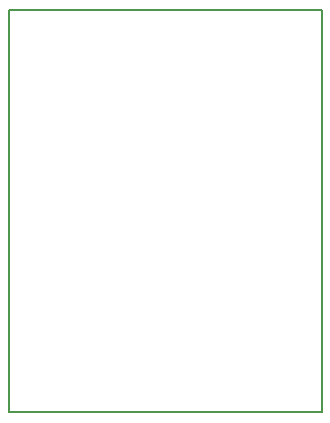
<source format=gbr>
G04 #@! TF.FileFunction,Profile,NP*
%FSLAX46Y46*%
G04 Gerber Fmt 4.6, Leading zero omitted, Abs format (unit mm)*
G04 Created by KiCad (PCBNEW 4.0.2+dfsg1-stable) date Wed 18 Jan 2017 17:06:10 CET*
%MOMM*%
G01*
G04 APERTURE LIST*
%ADD10C,0.100000*%
%ADD11C,0.150000*%
G04 APERTURE END LIST*
D10*
D11*
X59600Y43400D02*
X26559600Y43400D01*
X26559600Y43400D02*
X26559600Y34043400D01*
X26559600Y34043400D02*
X59600Y34043400D01*
X59600Y34043400D02*
X59600Y43400D01*
M02*

</source>
